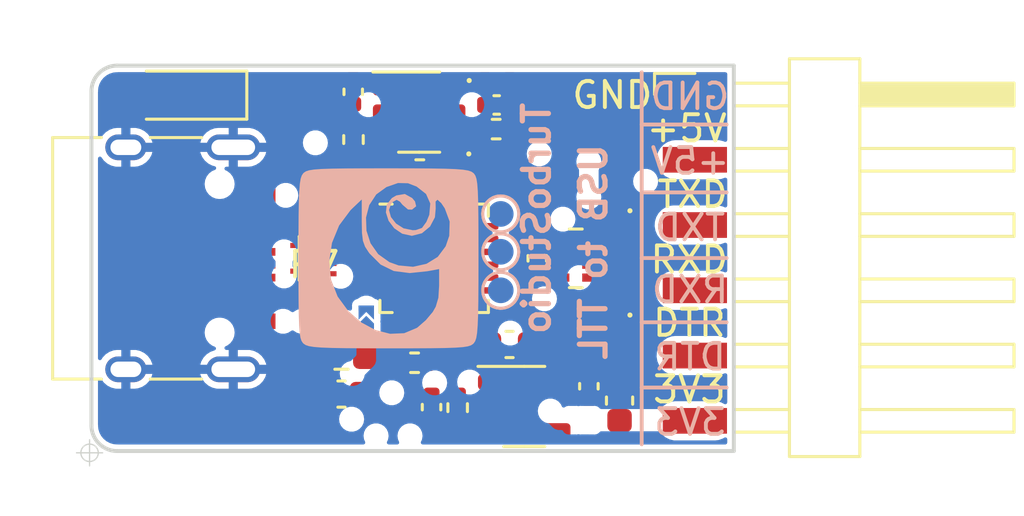
<source format=kicad_pcb>
(kicad_pcb (version 20211014) (generator pcbnew)
  (layers (0 "F.Cu" mixed) (1 "In1.Cu" power) (2 "In2.Cu" power) (31 "B.Cu" jumper) (34 "B.Paste" user) (35 "F.Paste" user) (36 "B.SilkS" user "B.Silkscreen") (37 "F.SilkS" user "F.Silkscreen") (38 "B.Mask" user) (39 "F.Mask" user) (44 "Edge.Cuts" user))
  (net 0 "")
  (net 1 "VBUS")
  (net 2 "GND")
  (net 3 "+5V")
  (net 4 "+3V3")
  (net 5 "Net-(C9-Pad1)")
  (net 6 "Net-(D2-Pad1)")
  (net 7 "Net-(D1-Pad2)")
  (net 8 "/CP_TXD")
  (net 9 "Net-(D2-Pad2)")
  (net 10 "/CP_RXD")
  (net 11 "/CP_~DTR")
  (net 12 "Net-(J2-PadA5)")
  (net 13 "Net-(J2-PadA6)")
  (net 14 "Net-(J2-PadA7)")
  (net 16 "Net-(J2-PadB5)")
  (net 18 "Net-(D3-Pad2)")
  (net 19 "Net-(D4-Pad2)")
  (net 20 "Net-(R1-Pad2)")
  (net 21 "Net-(R2-Pad1)")
  (net 22 "Net-(R3-Pad1)")
  (net 23 "Net-(JP1-Pad1)")
  (net 24 "Net-(TP1-Pad1)")
  (net 25 "Net-(TP2-Pad1)")
  (net 27 "/CP_~RI")
  (net 28 "Net-(R5-Pad2)")
  (net 30 "/GPIO3")
  (net 31 "/GPIO2")
  (net 32 "/GPIO1")
  (net 33 "/GPIO0")
  (net 34 "/CP_~CTS")
  (net 35 "/CP_~RTS")
  (net 36 "/CP_~DSR")
  (net 37 "/CP_~DCD")
  (footprint "Resistor_SMD:R_0402_1005Metric" (layer "F.Cu") (at 66.6496 66.3956)
    (fp_text reference "R6" hide)
    (fp_text value "5.1K")
    (fp_line (start -0.153641 0.38) (end 0.153641 0.38) (layer "F.SilkS") (width 0.12))
    (fp_line (start -0.153641 -0.38) (end 0.153641 -0.38) (layer "F.SilkS") (width 0.12))
    (pad "1" smd roundrect (at -0.51 0) (size 0.54 0.64) (layers "F.Cu" "F.Paste" "F.Mask") (net 12 "Net-(J2-PadA5)"))
    (pad "2" smd roundrect (at 0.51 0) (size 0.54 0.64) (layers "F.Cu" "F.Paste" "F.Mask") (net 2 "GND"))
  )
  (footprint "Capacitor_Tantalum_SMD:CP_EIA-3216-10_Kemet-I" (layer "F.Cu") (at 61.722 61.468 180)
    (fp_text reference "C1" hide)
    (fp_text value "10uF")
    (fp_line (start -2.31 -0.935) (end -2.31 0.935) (layer "F.SilkS") (width 0.12))
    (fp_line (start -2.31 0.935) (end 1.6 0.935) (layer "F.SilkS") (width 0.12))
    (fp_line (start 1.6 -0.935) (end -2.31 -0.935) (layer "F.SilkS") (width 0.12))
    (pad "1" smd roundrect (at -1.35 0 180) (size 1.4 1.35) (layers "F.Cu" "F.Paste" "F.Mask") (roundrect_rratio 0.1851851852) (net 1 "VBUS"))
    (pad "2" smd roundrect (at 1.35 0 180) (size 1.4 1.35) (layers "F.Cu" "F.Paste" "F.Mask") (roundrect_rratio 0.1851851852) (net 2 "GND"))
  )
  (footprint "Resistor_SMD:R_0402_1005Metric" (layer "F.Cu") (at 72.2376 73.6292 -90)
    (fp_text reference "R1" hide)
    (fp_text value "100K")
    (fp_line (start -0.153641 -0.38) (end 0.153641 -0.38) (layer "F.SilkS") (width 0.12))
    (fp_line (start -0.153641 0.38) (end 0.153641 0.38) (layer "F.SilkS") (width 0.12))
    (pad "1" smd roundrect (at -0.51 0 270) (size 0.54 0.64) (layers "F.Cu" "F.Paste" "F.Mask") (net 3 "+5V"))
    (pad "2" smd roundrect (at 0.51 0 270) (size 0.54 0.64) (layers "F.Cu" "F.Paste" "F.Mask") (net 20 "Net-(R1-Pad2)"))
  )
  (footprint "Capacitor_SMD:C_0402_1005Metric" (layer "F.Cu") (at 71.2216 73.6092 -90)
    (fp_text reference "C4" hide)
    (fp_text value "100nF")
    (fp_line (start -0.107836 -0.36) (end 0.107836 -0.36) (layer "F.SilkS") (width 0.12))
    (fp_line (start -0.107836 0.36) (end 0.107836 0.36) (layer "F.SilkS") (width 0.12))
    (pad "1" smd roundrect (at -0.48 0 270) (size 0.56 0.62) (layers "F.Cu" "F.Paste" "F.Mask") (net 3 "+5V"))
    (pad "2" smd roundrect (at 0.48 0 270) (size 0.56 0.62) (layers "F.Cu" "F.Paste" "F.Mask") (net 2 "GND"))
  )
  (footprint "Package_DFN_QFN:QFN-24-1EP_4x4mm_P0.5mm_EP2.6x2.6mm" (layer "F.Cu") (at 71.3232 67.818)
    (fp_text reference "U3" hide)
    (fp_text value "CP2104")
    (fp_line (start -1.635 -2.11) (end -2.11 -2.11) (layer "F.SilkS") (width 0.12))
    (fp_line (start 1.635 -2.11) (end 2.11 -2.11) (layer "F.SilkS") (width 0.12))
    (fp_line (start 2.11 -2.11) (end 2.11 -1.635) (layer "F.SilkS") (width 0.12))
    (fp_line (start 1.635 2.11) (end 2.11 2.11) (layer "F.SilkS") (width 0.12))
    (fp_line (start -2.11 2.11) (end -2.11 1.635) (layer "F.SilkS") (width 0.12))
    (fp_line (start 2.11 2.11) (end 2.11 1.635) (layer "F.SilkS") (width 0.12))
    (fp_line (start -1.635 2.11) (end -2.11 2.11) (layer "F.SilkS") (width 0.12))
    (pad "1" smd roundrect locked (at -2 -1.25 90) (size 0.25 1) (layers "F.Cu" "F.Paste" "F.Mask") (net 27 "/CP_~RI"))
    (pad "2" smd roundrect locked (at -2 -0.75 90) (size 0.25 1) (layers "F.Cu" "F.Paste" "F.Mask") (net 2 "GND"))
    (pad "3" smd roundrect locked (at -2 -0.25 90) (size 0.25 1) (layers "F.Cu" "F.Paste" "F.Mask") (net 13 "Net-(J2-PadA6)"))
    (pad "4" smd roundrect locked (at -2 0.25 90) (size 0.25 1) (layers "F.Cu" "F.Paste" "F.Mask") (net 14 "Net-(J2-PadA7)"))
    (pad "5" smd roundrect locked (at -2 0.75 90) (size 0.25 1) (layers "F.Cu" "F.Paste" "F.Mask") (net 23 "Net-(JP1-Pad1)"))
    (pad "6" smd roundrect locked (at -2 1.25 90) (size 0.25 1) (layers "F.Cu" "F.Paste" "F.Mask") (net 23 "Net-(JP1-Pad1)"))
    (pad "7" smd roundrect locked (at -1.25 2) (size 0.25 1) (layers "F.Cu" "F.Paste" "F.Mask") (net 3 "+5V"))
    (pad "8" smd roundrect locked (at -0.75 2) (size 0.25 1) (layers "F.Cu" "F.Paste" "F.Mask") (net 3 "+5V"))
    (pad "9" smd roundrect locked (at -0.25 2) (size 0.25 1) (layers "F.Cu" "F.Paste" "F.Mask") (net 28 "Net-(R5-Pad2)"))
    (pad "10" smd roundrect locked (at 0.25 2) (size 0.25 1) (layers "F.Cu" "F.Paste" "F.Mask"))
    (pad "11" smd roundrect locked (at 0.75 2) (size 0.25 1) (layers "F.Cu" "F.Paste" "F.Mask") (net 30 "/GPIO3"))
    (pad "12" smd roundrect locked (at 1.25 2) (size 0.25 1) (layers "F.Cu" "F.Paste" "F.Mask") (net 31 "/GPIO2"))
    (pad "13" smd roundrect locked (at 2 1.25 90) (size 0.25 1) (layers "F.Cu" "F.Paste" "F.Mask") (net 32 "/GPIO1"))
    (pad "14" smd roundrect locked (at 2 0.75 90) (size 0.25 1) (layers "F.Cu" "F.Paste" "F.Mask") (net 33 "/GPIO0"))
    (pad "15" smd roundrect locked (at 2 0.25 90) (size 0.25 1) (layers "F.Cu" "F.Paste" "F.Mask") (net 25 "Net-(TP2-Pad1)"))
    (pad "16" smd roundrect locked (at 2 -0.25 90) (size 0.25 1) (layers "F.Cu" "F.Paste" "F.Mask") (net 5 "Net-(C9-Pad1)"))
    (pad "17" smd roundrect locked (at 2 -0.75 90) (size 0.25 1) (layers "F.Cu" "F.Paste" "F.Mask") (net 24 "Net-(TP1-Pad1)"))
    (pad "18" smd roundrect locked (at 2 -1.25 90) (size 0.25 1) (layers "F.Cu" "F.Paste" "F.Mask") (net 34 "/CP_~CTS"))
    (pad "19" smd roundrect locked (at 1.25 -2) (size 0.25 1) (layers "F.Cu" "F.Paste" "F.Mask") (net 35 "/CP_~RTS"))
    (pad "20" smd roundrect locked (at 0.75 -2) (size 0.25 1) (layers "F.Cu" "F.Paste" "F.Mask") (net 10 "/CP_RXD"))
    (pad "21" smd roundrect locked (at 0.25 -2) (size 0.25 1) (layers "F.Cu" "F.Paste" "F.Mask") (net 8 "/CP_TXD"))
    (pad "22" smd roundrect locked (at -0.25 -2) (size 0.25 1) (layers "F.Cu" "F.Paste" "F.Mask") (net 36 "/CP_~DSR"))
    (pad "23" smd roundrect locked (at -0.75 -2) (size 0.25 1) (layers "F.Cu" "F.Paste" "F.Mask") (net 11 "/CP_~DTR"))
    (pad "24" smd roundrect locked (at -1.25 -2) (size 0.25 1) (layers "F.Cu" "F.Paste" "F.Mask") (net 37 "/CP_~DCD"))
    (pad "25" smd rect locked (at 0 0) (size 2.6 2.6) (layers "F.Cu" "F.Mask") (net 2 "GND"))
  )
  (footprint "Capacitor_SMD:C_0402_1005Metric" (layer "F.Cu") (at 75.3364 67.818 90)
    (fp_text reference "C9" hide)
    (fp_text value "4.7uF")
    (fp_line (start -0.107836 0.36) (end 0.107836 0.36) (layer "F.SilkS") (width 0.12))
    (fp_line (start -0.107836 -0.36) (end 0.107836 -0.36) (layer "F.SilkS") (width 0.12))
    (pad "1" smd roundrect (at -0.48 0 90) (size 0.56 0.62) (layers "F.Cu" "F.Paste" "F.Mask") (net 5 "Net-(C9-Pad1)"))
    (pad "2" smd roundrect (at 0.48 0 90) (size 0.56 0.62) (layers "F.Cu" "F.Paste" "F.Mask") (net 2 "GND"))
  )
  (footprint "Fuse:Fuse_0805_2012Metric" (layer "F.Cu") (at 67.7164 71.4248 180)
    (fp_text reference "F1" hide)
    (fp_text value "Fuse")
    (fp_line (start -0.258578 -0.71) (end 0.258578 -0.71) (layer "F.SilkS") (width 0.12))
    (fp_line (start -0.258578 0.71) (end 0.258578 0.71) (layer "F.SilkS") (width 0.12))
    (pad "1" smd roundrect (at -0.9375 0 180) (size 0.975 1.4) (layers "F.Cu" "F.Paste" "F.Mask") (net 3 "+5V"))
    (pad "2" smd roundrect (at 0.9375 0 180) (size 0.975 1.4) (layers "F.Cu" "F.Paste" "F.Mask") (net 1 "VBUS"))
  )
  (footprint "Resistor_SMD:R_Array_Concave_4x0402" (layer "F.Cu") (at 76.835 67.818 180)
    (fp_text reference "RN1" hide)
    (fp_text value "1K")
    (fp_line (start 0.25 -1.14) (end -0.25 -1.14) (layer "F.SilkS") (width 0.12))
    (fp_line (start 0.25 1.14) (end -0.25 1.14) (layer "F.SilkS") (width 0.12))
    (pad "1" smd rect (at -0.5 -0.75 180) (size 0.5 0.32) (layers "F.Cu" "F.Paste" "F.Mask"))
    (pad "2" smd rect (at -0.5 -0.25 180) (size 0.5 0.32) (layers "F.Cu" "F.Paste" "F.Mask") (net 19 "Net-(D4-Pad2)"))
    (pad "3" smd rect (at -0.5 0.25 180) (size 0.5 0.32) (layers "F.Cu" "F.Paste" "F.Mask") (net 18 "Net-(D3-Pad2)"))
    (pad "4" smd rect (at -0.5 0.75 180) (size 0.5 0.32) (layers "F.Cu" "F.Paste" "F.Mask") (net 7 "Net-(D1-Pad2)"))
    (pad "5" smd rect (at 0.5 0.75 180) (size 0.5 0.32) (layers "F.Cu" "F.Paste" "F.Mask") (net 3 "+5V"))
    (pad "6" smd rect (at 0.5 0.25 180) (size 0.5 0.32) (layers "F.Cu" "F.Paste" "F.Mask") (net 3 "+5V"))
    (pad "7" smd rect (at 0.5 -0.25 180) (size 0.5 0.32) (layers "F.Cu" "F.Paste" "F.Mask") (net 3 "+5V"))
    (pad "8" smd rect (at 0.5 -0.75 180) (size 0.5 0.32) (layers "F.Cu" "F.Paste" "F.Mask") (net 3 "+5V"))
  )
  (footprint "Connector_Harwin:Harwin_M20-89006xx_1x06_P2.54mm_Horizontal" (layer "F.Cu") (at 86.995 67.7926)
    (fp_text reference "J1" hide)
    (fp_text value "Socket")
    (fp_line (start -3.955 -6.79) (end -1.845 -6.79) (layer "F.SilkS") (width 0.12))
    (fp_line (start -3.955 -3.37) (end -1.845 -3.37) (layer "F.SilkS") (width 0.12))
    (fp_line (start 0.895 0.83) (end 6.895 0.83) (layer "F.SilkS") (width 0.12))
    (fp_line (start 6.895 -4.25) (end 6.895 -3.37) (layer "F.SilkS") (width 0.12))
    (fp_line (start 0.895 7.74) (end -1.845 7.74) (layer "F.SilkS") (width 0.12))
    (fp_line (start 6.895 -3.37) (end 0.895 -3.37) (layer "F.SilkS") (width 0.12))
    (fp_line (start -7.095 -6.35) (end -7.095 -7.17) (layer "F.SilkS") (width 0.12))
    (fp_line (start -3.955 1.71) (end -1.845 1.71) (layer "F.SilkS") (width 0.12))
    (fp_line (start 0.895 -4.25) (end 6.895 -4.25) (layer "F.SilkS") (width 0.12))
    (fp_line (start 6.895 3.37) (end 6.895 4.25) (layer "F.SilkS") (width 0.12))
    (fp_line (start -3.955 4.25) (end -1.845 4.25) (layer "F.SilkS") (width 0.12))
    (fp_line (start -3.955 3.37) (end -1.845 3.37) (layer "F.SilkS") (width 0.12))
    (fp_line (start 0.895 -7.74) (end 0.895 7.74) (layer "F.SilkS") (width 0.12))
    (fp_line (start -3.955 -5.91) (end -1.845 -5.91) (layer "F.SilkS") (width 0.12))
    (fp_line (start 6.895 0.83) (end 6.895 1.71) (layer "F.SilkS") (width 0.12))
    (fp_line (start 0.895 -1.71) (end 6.895 -1.71) (layer "F.SilkS") (width 0.12))
    (fp_line (start -1.845 -7.74) (end 0.895 -7.74) (layer "F.SilkS") (width 0.12))
    (fp_line (start 6.895 4.25) (end 0.895 4.25) (layer "F.SilkS") (width 0.12))
    (fp_line (start 0.895 -6.79) (end 6.895 -6.79) (layer "F.SilkS") (width 0.12))
    (fp_line (start -3.955 6.79) (end -1.845 6.79) (layer "F.SilkS") (width 0.12))
    (fp_line (start 0.895 5.91) (end 6.895 5.91) (layer "F.SilkS") (width 0.12))
    (fp_line (start -3.955 0.83) (end -1.845 0.83) (layer "F.SilkS") (width 0.12))
    (fp_line (start -1.845 7.74) (end -1.845 -7.74) (layer "F.SilkS") (width 0.12))
    (fp_line (start -3.955 -1.71) (end -1.845 -1.71) (layer "F.SilkS") (width 0.12))
    (fp_line (start 6.895 6.79) (end 0.895 6.79) (layer "F.SilkS") (width 0.12))
    (fp_line (start -7.095 -7.17) (end -5.525 -7.17) (layer "F.SilkS") (width 0.12))
    (fp_line (start 6.895 -6.79) (end 6.895 -5.91) (layer "F.SilkS") (width 0.12))
    (fp_line (start 6.895 -1.71) (end 6.895 -0.83) (layer "F.SilkS") (width 0.12))
    (fp_line (start -3.955 -4.25) (end -1.845 -4.25) (layer "F.SilkS") (width 0.12))
    (fp_line (start 6.895 1.71) (end 0.895 1.71) (layer "F.SilkS") (width 0.12))
    (fp_line (start 0.895 3.37) (end 6.895 3.37) (layer "F.SilkS") (width 0.12))
    (fp_line (start -3.955 -0.83) (end -1.845 -0.83) (layer "F.SilkS") (width 0.12))
    (fp_line (start 6.895 5.91) (end 6.895 6.79) (layer "F.SilkS") (width 0.12))
    (fp_line (start -3.955 5.91) (end -1.845 5.91) (layer "F.SilkS") (width 0.12))
    (fp_line (start 6.895 -0.83) (end 0.895 -0.83) (layer "F.SilkS") (width 0.12))
    (fp_line (start 6.895 -5.91) (end 0.895 -5.91) (layer "F.SilkS") (width 0.12))
    (pad "" smd rect (at 3.895 -6.35) (size 6 0.76) (layers "F.SilkS"))
    (pad "1" smd rect (at -5.525 -6.35) (size 2.5 1) (layers "F.Cu" "F.Paste" "F.Mask") (net 2 "GND"))
    (pad "2" smd rect (at -5.525 -3.81) (size 2.5 1) (layers "F.Cu" "F.Paste" "F.Mask") (net 3 "+5V"))
    (pad "3" smd rect (at -5.525 -1.27) (size 2.5 1) (layers "F.Cu" "F.Paste" "F.Mask") (net 8 "/CP_TXD"))
    (pad "4" smd rect (at -5.525 1.27) (size 2.5 1) (layers "F.Cu" "F.Paste" "F.Mask") (net 10 "/CP_RXD"))
    (pad "5" smd rect (at -5.525 3.81) (size 2.5 1) (layers "F.Cu" "F.Paste" "F.Mask") (net 11 "/CP_~DTR"))
    (pad "6" smd rect (at -5.525 6.35) (size 2.5 1) (layers "F.Cu" "F.Paste" "F.Mask") (net 4 "+3V3"))
  )
  (footprint "Resistor_SMD:R_0402_1005Metric" (layer "F.Cu") (at 73.7362 62.7888)
    (fp_text reference "R3" hide)
    (fp_text value "21K")
    (fp_line (start -0.153641 -0.38) (end 0.153641 -0.38) (layer "F.SilkS") (width 0.12))
    (fp_line (start -0.153641 0.38) (end 0.153641 0.38) (layer "F.SilkS") (width 0.12))
    (pad "1" smd roundrect (at -0.51 0) (size 0.54 0.64) (layers "F.Cu" "F.Paste" "F.Mask") (net 22 "Net-(R3-Pad1)"))
    (pad "2" smd roundrect (at 0.51 0) (size 0.54 0.64) (layers "F.Cu" "F.Paste" "F.Mask") (net 2 "GND"))
  )
  (footprint "Capacitor_SMD:C_0402_1005Metric" (layer "F.Cu") (at 68.1736 61.3384 90)
    (fp_text reference "C2" hide)
    (fp_text value "100nF")
    (fp_line (start -0.107836 -0.36) (end 0.107836 -0.36) (layer "F.SilkS") (width 0.12))
    (fp_line (start -0.107836 0.36) (end 0.107836 0.36) (layer "F.SilkS") (width 0.12))
    (pad "1" smd roundrect (at -0.48 0 90) (size 0.56 0.62) (layers "F.Cu" "F.Paste" "F.Mask") (net 1 "VBUS"))
    (pad "2" smd roundrect (at 0.48 0 90) (size 0.56 0.62) (layers "F.Cu" "F.Paste" "F.Mask") (net 2 "GND"))
  )
  (footprint "Package_TO_SOT_SMD:SOT-23-5" (layer "F.Cu") (at 74.8284 73.5838)
    (fp_text reference "U1" hide)
    (fp_text value "RT9013-3V3")
    (fp_line (start 0 1.56) (end -0.8 1.56) (layer "F.SilkS") (width 0.12))
    (fp_line (start 0 -1.56) (end 0.8 -1.56) (layer "F.SilkS") (width 0.12))
    (fp_line (start 0 -1.56) (end -1.8 -1.56) (layer "F.SilkS") (width 0.12))
    (fp_line (start 0 1.56) (end 0.8 1.56) (layer "F.SilkS") (width 0.12))
    (pad "1" smd roundrect (at -1.1375 -0.95) (size 1.325 0.6) (layers "F.Cu" "F.Paste" "F.Mask") (net 3 "+5V"))
    (pad "2" smd roundrect (at -1.1375 0) (size 1.325 0.6) (layers "F.Cu" "F.Paste" "F.Mask") (net 2 "GND"))
    (pad "3" smd roundrect (at -1.1375 0.95) (size 1.325 0.6) (layers "F.Cu" "F.Paste" "F.Mask") (net 20 "Net-(R1-Pad2)"))
    (pad "4" smd roundrect (at 1.1375 0.95) (size 1.325 0.6) (layers "F.Cu" "F.Paste" "F.Mask"))
    (pad "5" smd roundrect (at 1.1375 -0.95) (size 1.325 0.6) (layers "F.Cu" "F.Paste" "F.Mask") (net 4 "+3V3"))
  )
  (footprint "LED_SMD:LED_0402_1005Metric" (layer "F.Cu") (at 78.9432 68.9356 90)
    (fp_text reference "D4" hide)
    (fp_text value "RXD")
    (fp_circle (center -1.09 0) (end -1.04 0) (layer "F.SilkS") (width 0.1) (fill none))
    (pad "1" smd roundrect (at -0.485 0 90) (size 0.59 0.64) (layers "F.Cu" "F.Paste" "F.Mask") (net 10 "/CP_RXD"))
    (pad "2" smd roundrect (at 0.485 0 90) (size 0.59 0.64) (layers "F.Cu" "F.Paste" "F.Mask") (net 19 "Net-(D4-Pad2)"))
  )
  (footprint "LED_SMD:LED_0402_1005Metric" (layer "F.Cu") (at 78.9432 67.056 -90)
    (fp_text reference "D3" hide)
    (fp_text value "TXD")
    (fp_circle (center -1.09 0) (end -1.04 0) (layer "F.SilkS") (width 0.1) (fill none))
    (pad "1" smd roundrect (at -0.485 0 270) (size 0.59 0.64) (layers "F.Cu" "F.Paste" "F.Mask") (net 8 "/CP_TXD"))
    (pad "2" smd roundrect (at 0.485 0 270) (size 0.59 0.64) (layers "F.Cu" "F.Paste" "F.Mask") (net 18 "Net-(D3-Pad2)"))
  )
  (footprint "My_Library:DFN1710-6" (layer "F.Cu") (at 66.5734 67.818 90)
    (fp_text reference "U4" hide)
    (fp_text value "ESD-BDFN1710A054U")
    (fp_line (start 0.85 0.5) (end 0.85 -0.5) (layer "F.SilkS") (width 0.12))
    (fp_line (start 0.85 -0.5) (end -0.85 -0.5) (layer "F.SilkS") (width 0.12))
    (fp_line (start -0.85 -0.5) (end -0.85 0.5) (layer "F.SilkS") (width 0.12))
    (fp_line (start -0.85 0.5) (end 0.85 0.5) (layer "F.SilkS") (width 0.12))
    (pad "1" smd rect (at -0.6 0.6 90) (size 0.2 0.7) (layers "F.Cu" "F.Paste" "F.Mask") (net 1 "VBUS"))
    (pad "2" smd rect (at -0.2 0.6 90) (size 0.2 0.7) (layers "F.Cu" "F.Paste" "F.Mask") (net 14 "Net-(J2-PadA7)"))
    (pad "3" smd rect (at 0.2 0.6 90) (size 0.2 0.7) (layers "F.Cu" "F.Paste" "F.Mask") (net 13 "Net-(J2-PadA6)"))
    (pad "4" smd rect (at 0.6 0.6 90) (size 0.2 0.7) (layers "F.Cu" "F.Paste" "F.Mask"))
    (pad "5" smd rect (at 0.5 -0.5 270) (size 0.2 0.7) (layers "F.Cu" "F.Paste" "F.Mask") (net 2 "GND"))
    (pad "6" smd rect (at -0.5 -0.5 270) (size 0.2 0.7) (layers "F.Cu" "F.Paste" "F.Mask") (net 2 "GND"))
  )
  (footprint "Capacitor_SMD:C_0402_1005Metric" (layer "F.Cu") (at 73.7562 61.849)
    (fp_text reference "C8" hide)
    (fp_text value "100nF")
    (fp_line (start -0.107836 -0.36) (end 0.107836 -0.36) (layer "F.SilkS") (width 0.12))
    (fp_line (start -0.107836 0.36) (end 0.107836 0.36) (layer "F.SilkS") (width 0.12))
    (pad "1" smd roundrect (at -0.48 0) (size 0.56 0.62) (layers "F.Cu" "F.Paste" "F.Mask") (net 3 "+5V"))
    (pad "2" smd roundrect (at 0.48 0) (size 0.56 0.62) (layers "F.Cu" "F.Paste" "F.Mask") (net 2 "GND"))
  )
  (footprint "Resistor_SMD:R_0402_1005Metric" (layer "F.Cu") (at 70.5612 71.882)
    (fp_text reference "R5" hide)
    (fp_text value "10K")
    (fp_line (start -0.153641 -0.38) (end 0.153641 -0.38) (layer "F.SilkS") (width 0.12))
    (fp_line (start -0.153641 0.38) (end 0.153641 0.38) (layer "F.SilkS") (width 0.12))
    (pad "1" smd roundrect (at -0.51 0) (size 0.54 0.64) (layers "F.Cu" "F.Paste" "F.Mask") (net 3 "+5V"))
    (pad "2" smd roundrect (at 0.51 0) (size 0.54 0.64) (layers "F.Cu" "F.Paste" "F.Mask") (net 28 "Net-(R5-Pad2)"))
  )
  (footprint "Resistor_SMD:R_0402_1005Metric" (layer "F.Cu") (at 70.7644 64.3636)
    (fp_text reference "R4" hide)
    (fp_text value "1K")
    (fp_line (start -0.153641 -0.38) (end 0.153641 -0.38) (layer "F.SilkS") (width 0.12))
    (fp_line (start -0.153641 0.38) (end 0.153641 0.38) (layer "F.SilkS") (width 0.12))
    (pad "1" smd roundrect (at -0.51 0) (size 0.54 0.64) (layers "F.Cu" "F.Paste" "F.Mask") (net 1 "VBUS"))
    (pad "2" smd roundrect (at 0.51 0) (size 0.54 0.64) (layers "F.Cu" "F.Paste" "F.Mask") (net 9 "Net-(D2-Pad2)"))
  )
  (footprint "Capacitor_SMD:C_0603_1608Metric" (layer "F.Cu") (at 74.2566 71.1708)
    (fp_text reference "C3" hide)
    (fp_text value "10uF")
    (fp_line (start -0.14058 0.51) (end 0.14058 0.51) (layer "F.SilkS") (width 0.12))
    (fp_line (start -0.14058 -0.51) (end 0.14058 -0.51) (layer "F.SilkS") (width 0.12))
    (pad "1" smd roundrect (at -0.775 0) (size 0.9 0.95) (layers "F.Cu" "F.Paste" "F.Mask") (net 3 "+5V"))
    (pad "2" smd roundrect (at 0.775 0) (size 0.9 0.95) (layers "F.Cu" "F.Paste" "F.Mask") (net 2 "GND"))
  )
  (footprint "Capacitor_SMD:C_0603_1608Metric" (layer "F.Cu") (at 78.5388 73.3552 90)
    (fp_text reference "C5" hide)
    (fp_text value "10uF")
    (fp_line (start -0.14058 -0.51) (end 0.14058 -0.51) (layer "F.SilkS") (width 0.12))
    (fp_line (start -0.14058 0.51) (end 0.14058 0.51) (layer "F.SilkS") (width 0.12))
    (pad "1" smd roundrect (at -0.775 0 90) (size 0.9 0.95) (layers "F.Cu" "F.Paste" "F.Mask") (net 4 "+3V3"))
    (pad "2" smd roundrect (at 0.775 0 90) (size 0.9 0.95) (layers "F.Cu" "F.Paste" "F.Mask") (net 2 "GND"))
  )
  (footprint "Capacitor_SMD:C_0603_1608Metric" (layer "F.Cu") (at 67.7164 73.1012 180)
    (fp_text reference "C7" hide)
    (fp_text value "10uF")
    (fp_line (start -0.14058 -0.51) (end 0.14058 -0.51) (layer "F.SilkS") (width 0.12))
    (fp_line (start -0.14058 0.51) (end 0.14058 0.51) (layer "F.SilkS") (width 0.12))
    (pad "1" smd roundrect (at -0.775 0 180) (size 0.9 0.95) (layers "F.Cu" "F.Paste" "F.Mask") (net 3 "+5V"))
    (pad "2" smd roundrect (at 0.775 0 180) (size 0.9 0.95) (layers "F.Cu" "F.Paste" "F.Mask") (net 2 "GND"))
  )
  (footprint "Package_TO_SOT_SMD:SOT-23-6" (layer "F.Cu") (at 70.739 62.1284)
    (fp_text reference "U2" hide)
    (fp_text value "BD2243G-GTR")
    (fp_line (start 0 -1.56) (end 0.8 -1.56) (layer "F.SilkS") (width 0.12))
    (fp_line (start 0 1.56) (end 0.8 1.56) (layer "F.SilkS") (width 0.12))
    (fp_line (start 0 -1.56) (end -1.8 -1.56) (layer "F.SilkS") (width 0.12))
    (fp_line (start 0 1.56) (end -0.8 1.56) (layer "F.SilkS") (width 0.12))
    (pad "1" smd roundrect (at -1.1375 -0.95) (size 1.325 0.6) (layers "F.Cu" "F.Paste" "F.Mask") (net 1 "VBUS"))
    (pad "2" smd roundrect (at -1.1375 0) (size 1.325 0.6) (layers "F.Cu" "F.Paste" "F.Mask") (net 2 "GND"))
    (pad "3" smd roundrect (at -1.1375 0.95) (size 1.325 0.6) (layers "F.Cu" "F.Paste" "F.Mask") (net 21 "Net-(R2-Pad1)"))
    (pad "4" smd roundrect (at 1.1375 0.95) (size 1.325 0.6) (layers "F.Cu" "F.Paste" "F.Mask") (net 6 "Net-(D2-Pad1)"))
    (pad "5" smd roundrect (at 1.1375 0) (size 1.325 0.6) (layers "F.Cu" "F.Paste" "F.Mask") (net 22 "Net-(R3-Pad1)"))
    (pad "6" smd roundrect (at 1.1375 -0.95) (size 1.325 0.6) (layers "F.Cu" "F.Paste" "F.Mask") (net 3 "+5V"))
  )
  (footprint "Resistor_SMD:R_0402_1005Metric" (layer "F.Cu") (at 66.6496 69.2404)
    (fp_text reference "R7" (at 0 -1.17) (layer "F.SilkS"))
    (fp_text value "5.1K")
    (fp_line (start -0.153641 0.38) (end 0.153641 0.38) (layer "F.SilkS") (width 0.12))
    (fp_line (start -0.153641 -0.38) (end 0.153641 -0.38) (layer "F.SilkS") (width 0.12))
    (pad "1" smd roundrect (at -0.51 0) (size 0.54 0.64) (layers "F.Cu" "F.Paste" "F.Mask") (net 16 "Net-(J2-PadB5)"))
    (pad "2" smd roundrect (at 0.51 0) (size 0.54 0.64) (layers "F.Cu" "F.Paste" "F.Mask") (net 2 "GND"))
  )
  (footprint "Capacitor_SMD:C_0402_1005Metric" (layer "F.Cu") (at 77.345 72.7964 90)
    (fp_text reference "C6" hide)
    (fp_text value "100nF")
    (fp_line (start -0.107836 -0.36) (end 0.107836 -0.36) (layer "F.SilkS") (width 0.12))
    (fp_line (start -0.107836 0.36) (end 0.107836 0.36) (layer "F.SilkS") (width 0.12))
    (pad "1" smd roundrect (at -0.48 0 90) (size 0.56 0.62) (layers "F.Cu" "F.Paste" "F.Mask") (net 4 "+3V3"))
    (pad "2" smd roundrect (at 0.48 0 90) (size 0.56 0.62) (layers "F.Cu" "F.Paste" "F.Mask") (net 2 "GND"))
  )
  (footprint "Connector_USB:USB_C_Receptacle_HRO_TYPE-C-31-M-12" (layer "F.Cu") (at 60.3746 67.818 -90)
    (fp_text reference "J2" hide)
    (fp_text value "USB_C_Receptacle_USB2.0")
    (fp_line (start -4.7 3.9) (end 4.7 3.9) (layer "F.SilkS") (width 0.12))
    (fp_line (start 4.7 -1.9) (end 4.7 0.1) (layer "F.SilkS") (width 0.12))
    (fp_line (start -4.7 2) (end -4.7 3.9) (layer "F.SilkS") (width 0.12))
    (fp_line (start -4.7 -1.9) (end -4.7 0.1) (layer "F.SilkS") (width 0.12))
    (fp_line (start 4.7 2) (end 4.7 3.9) (layer "F.SilkS") (width 0.12))
    (pad "" np_thru_hole circle (at -2.89 -2.6 270) (size 0.65 0.65) (drill 0.65) (layers *.Cu *.Mask))
    (pad "" np_thru_hole circle (at 2.89 -2.6 270) (size 0.65 0.65) (drill 0.65) (layers *.Cu *.Mask))
    (pad "A1" smd rect (at -3.25 -4.045 270) (size 0.6 1.45) (layers "F.Cu" "F.Paste" "F.Mask") (net 2 "GND"))
    (pad "A4" smd rect (at -2.45 -4.045 270) (size 0.6 1.45) (layers "F.Cu" "F.Paste" "F.Mask") (net 1 "VBUS"))
    (pad "A5" smd rect (at -1.25 -4.045 270) (size 0.3 1.45) (layers "F.Cu" "F.Paste" "F.Mask") (net 12 "Net-(J2-PadA5)"))
    (pad "A6" smd rect (at -0.25 -4.045 270) (size 0.3 1.45) (layers "F.Cu" "F.Paste" "F.Mask") (net 13 "Net-(J2-PadA6)"))
    (pad "A7" smd rect locked (at 0.25 -4.045 270) (size 0.3 1.45) (layers "F.Cu" "F.Paste" "F.Mask") (net 14 "Net-(J2-PadA7)"))
    (pad "A8" smd rect (at 1.25 -4.045 270) (size 0.3 1.45) (layers "F.Cu" "F.Paste" "F.Mask"))
    (pad "A9" smd rect (at 2.45 -4.045 270) (size 0.6 1.45) (layers "F.Cu" "F.Paste" "F.Mask") (net 1 "VBUS"))
    (pad "A12" smd rect (at 3.25 -4.045 270) (size 0.6 1.45) (layers "F.Cu" "F.Paste" "F.Mask") (net 2 "GND"))
    (pad "B1" smd rect (at 3.25 -4.045 270) (size 0.6 1.45) (layers "F.Cu" "F.Paste" "F.Mask") (net 2 "GND"))
    (pad "B4" smd rect (at 2.45 -4.045 270) (size 0.6 1.45) (layers "F.Cu" "F.Paste" "F.Mask") (net 1 "VBUS"))
    (pad "B5" smd rect (at 1.75 -4.045 270) (size 0.3 1.45) (layers "F.Cu" "F.Paste" "F.Mask") (net 16 "Net-(J2-PadB5)"))
    (pad "B6" smd rect (at 0.75 -4.045 270) (size 0.3 1.45) (layers "F.Cu" "F.Paste" "F.Mask") (net 13 "Net-(J2-PadA6)"))
    (pad "B7" smd rect (at -0.75 -4.045 270) (size 0.3 1.45) (layers "F.Cu" "F.Paste" "F.Mask") (net 14 "Net-(J2-PadA7)"))
    (pad "B8" smd rect (at -1.75 -4.045 270) (size 0.3 1.45) (layers "F.Cu" "F.Paste" "F.Mask"))
    (pad "B9" smd rect (at -2.45 -4.045 270) (size 0.6 1.45) (layers "F.Cu" "F.Paste" "F.Mask") (net 1 "VBUS"))
    (pad "B12" smd rect (at -3.25 -4.045 270) (size 0.6 1.45) (layers "F.Cu" "F.Paste" "F.Mask") (net 2 "GND"))
    (pad "S1" thru_hole oval (at -4.32 1.05 270) (size 1 1.6) (drill oval 0.6 1.2) (layers *.Cu *.Mask) (net 2 "GND"))
    (pad "S1" thru_hole oval (at 4.32 1.05 270) (size 1 1.6) (drill oval 0.6 1.2) (layers *.Cu *.Mask) (net 2 "GND"))
    (pad "S1" thru_hole oval (at -4.32 -3.13 270) (size 1 2.1) (drill oval 0.6 1.7) (layers *.Cu *.Mask) (net 2 "GND"))
    (pad "S1" thru_hole oval (at 4.32 -3.13 270) (size 1 2.1) (drill oval 0.6 1.7) (layers *.Cu *.Mask) (net 2 "GND"))
  )
  (footprint "LED_SMD:LED_0402_1005Metric" (layer "F.Cu") (at 73.7775 60.8984)
    (fp_text reference "D1" hide)
    (fp_text value "PWR")
    (fp_circle (center -1.09 0) (end -1.04 0) (layer "F.SilkS") (width 0.1) (fill none))
    (pad "1" smd roundrect (at -0.485 0) (size 0.59 0.64) (layers "F.Cu" "F.Paste" "F.Mask") (net 2 "GND"))
    (pad "2" smd roundrect (at 0.485 0) (size 0.59 0.64) (layers "F.Cu" "F.Paste" "F.Mask") (net 7 "Net-(D1-Pad2)"))
  )
  (footprint "LED_SMD:LED_0402_1005Metric" (layer "F.Cu") (at 73.7616 63.754)
    (fp_text reference "D2" hide)
    (fp_text value "OLOAD")
    (fp_circle (center -1.09 0) (end -1.04 0) (layer "F.SilkS") (width 0.1) (fill none))
    (pad "1" smd roundrect (at -0.485 0) (size 0.59 0.64) (layers "F.Cu" "F.Paste" "F.Mask") (net 6 "Net-(D2-Pad1)"))
    (pad "2" smd roundrect (at 0.485 0) (size 0.59 0.64) (layers "F.Cu" "F.Paste" "F.Mask") (net 9 "Net-(D2-Pad2)"))
  )
  (footprint "Resistor_SMD:R_0402_1005Metric" (layer "F.Cu") (at 68.1836 63.1952 90)
    (fp_text reference "R2" hide)
    (fp_text value "10K")
    (fp_line (start -0.153641 -0.38) (end 0.153641 -0.38) (layer "F.SilkS") (width 0.12))
    (fp_line (start -0.153641 0.38) (end 0.153641 0.38) (layer "F.SilkS") (width 0.12))
    (pad "1" smd roundrect (at -0.51 0 90) (size 0.54 0.64) (layers "F.Cu" "F.Paste" "F.Mask") (net 21 "Net-(R2-Pad1)"))
    (pad "2" smd roundrect (at 0.51 0 90) (size 0.54 0.64) (layers "F.Cu" "F.Paste" "F.Mask") (net 2 "GND"))
  )
  (footprint "TestPoint:TestPoint_Pad_D1.0mm" (layer "B.Cu") (at 73.914 67.564 180)
    (fp_text reference "TP3" hide)
    (fp_text value "VPP")
    (fp_circle (center 0 0) (end 0 -0.7) (layer "B.SilkS") (width 0.12) (fill none))
    (pad "1" smd circle (at 0 0 180) (size 1 1) (layers "B.Cu" "B.Mask") (net 5 "Net-(C9-Pad1)"))
  )
  (footprint "TestPoint:TestPoint_Pad_D1.0mm" (layer "B.Cu") (at 73.914 69.0626 90)
    (fp_text reference "TP2" hide)
    (fp_text value "~SPD")
    (fp_circle (center 0 0) (end 0 -0.7) (layer "B.SilkS") (width 0.12) (fill none))
    (pad "1" smd circle (at 0 0 90) (size 1 1) (layers "B.Cu" "B.Mask") (net 25 "Net-(TP2-Pad1)"))
  )
  (footprint "TestPoint:TestPoint_Pad_D1.0mm" (layer "B.Cu") (at 73.914 66.0908 90)
    (fp_text reference "TP1" hide)
    (fp_text value "SPD")
    (fp_circle (center 0 0) (end 0 -0.7) (layer "B.SilkS") (width 0.12) (fill none))
    (pad "1" smd circle (at 0 0 90) (size 1 1) (layers "B.Cu" "B.Mask") (net 24 "Net-(TP1-Pad1)"))
  )
  (footprint "My_Library:JUMP_OPEN_2P_0.3MMx0.5MM" (layer "B.Cu") (at 68.6816 70.1548 90)
    (fp_text reference "JP1" hide)
    (fp_text value "Jump")
    (fp_poly (pts (xy 0.5 -0.3) (xy -0.05 -0.3) (xy 0.25 0) (xy -0.05 0.3) (xy 0.5 0.3)) (layer "B.Cu") (width 0) (fill solid))
    (fp_poly (pts (xy 0.1 0) (xy -0.2 -0.3) (xy -0.5 -0.3) (xy -0.5 0.3) (xy -0.2 0.3)) (layer "B.Cu") (width 0) (fill solid))
    (pad "1" smd rect locked (at -0.4 0 90) (size 0.2 0.6) (layers "B.Cu" "B.Paste" "B.Mask") (net 23 "Net-(JP1-Pad1)"))
    (pad "2" smd rect locked (at 0.4 0 90) (size 0.2 0.6) (layers "B.Cu" "B.Paste" "B.Mask") (net 4 "+3V3"))
  )
  (footprint "My_Library:TurboStudio_logo_7mm" (layer "B.Cu") (at 69.5452 67.818 -90)
    (fp_text reference "G***" hide)
    (fp_text value "LOGO" hide)
    (fp_poly (pts (xy 0.932388 3.502566) (xy 1.65175 3.498911) (xy 2.202065 3.49097) (xy 2.608291 3.477231) (xy 2.895386 3.456181) (xy 3.088307 3.426307) (xy 3.212012 3.386096) (xy 3.291459 3.334037) (xy 3.322255 3.303233) (xy 3.37567 3.223126) (xy 3.417597 3.098052) (xy 3.449385 2.903285) (xy 3.472384 2.6141) (xy 3.487941 2.205771) (xy 3.497404 1.653574) (xy 3.502124 0.932782) (xy 3.503447 0.01867) (xy 3.503448 -0.019023) (xy 3.502566 -0.932388) (xy 3.498911 -1.65175) (xy 3.49097 -2.202065) (xy 3.477231 -2.608291) (xy 3.456181 -2.895386) (xy 3.426307 -3.088307) (xy 3.386096 -3.212012) (xy 3.334036 -3.291459) (xy 3.303232 -3.322255) (xy 3.223125 -3.37567) (xy 3.098051 -3.417597) (xy 2.903284 -3.449385) (xy 2.614099 -3.472384) (xy 2.205771 -3.487941) (xy 1.653573 -3.497404) (xy 0.932781 -3.502124) (xy 0.018669 -3.503447) (xy -0.019023 -3.503448) (xy -0.932389 -3.502566) (xy -1.65175 -3.498911) (xy -2.202065 -3.49097) (xy -2.608291 -3.477231) (xy -2.895386 -3.456181) (xy -3.088307 -3.426307) (xy -3.212012 -3.386096) (xy -3.291459 -3.334036) (xy -3.322256 -3.303232) (xy -3.37567 -3.223125) (xy -3.417597 -3.098051) (xy -3.449386 -2.903284) (xy -3.472384 -2.614099) (xy -3.487941 -2.205771) (xy -3.497405 -1.653573) (xy -3.502124 -0.932781) (xy -3.502939 -0.36976) (xy -2.930104 -0.36976) (xy -2.921868 -0.759118) (xy -2.790677 -1.097019) (xy -2.504385 -1.461451) (xy -2.133652 -1.626483) (xy -1.69268 -1.588203) (xy -1.417839 -1.475205) (xy -1.183055 -1.303717) (xy -1.099687 -1.063353) (xy -1.094828 -0.939921) (xy -1.167198 -0.588168) (xy -1.353256 -0.295931) (xy -1.606422 -0.095987) (xy -1.880119 -0.021118) (xy -2.127766 -0.104104) (xy -2.192383 -0.16751) (xy -2.275666 -0.315501) (xy -2.205079 -0.445375) (xy -2.085058 -0.543729) (xy -1.90028 -0.759385) (xy -1.895423 -0.916594) (xy -2.025498 -1.078314) (xy -2.216354 -1.032685) (xy -2.346059 -0.922783) (xy -2.503923 -0.636582) (xy -2.448111 -0.305868) (xy -2.347671 -0.133843) (xy -2.097566 0.066043) (xy -1.786142 0.100971) (xy -1.46083 -0.003969) (xy -1.169062 -0.223685) (xy -0.958267 -0.533086) (xy -0.875878 -0.907079) (xy -0.875862 -0.912449) (xy -0.975159 -1.301287) (xy -1.234788 -1.616713) (xy -1.59736 -1.808608) (xy -1.935826 -1.838107) (xy -2.209926 -1.834127) (xy -2.280564 -1.907221) (xy -2.147653 -2.053319) (xy -1.943319 -2.190855) (xy -1.430498 -2.380943) (xy -0.874876 -2.364634) (xy -0.468922 -2.225788) (xy -0.057183 -1.917972) (xy 0.213236 -1.479352) (xy 0.329141 -0.956688) (xy 0.277338 -0.396741) (xy 0.148577 -0.037231) (xy -0.162375 0.399145) (xy -0.585656 0.697603) (xy -1.075435 0.856328) (xy -1.585881 0.873505) (xy -2.071162 0.747319) (xy -2.485448 0.475954) (xy -2.773202 0.078492) (xy -2.930104 -0.36976) (xy -3.502939 -0.36976) (xy -3.503447 -0.018669) (xy -3.503448 0.019023) (xy -3.502566 0.932389) (xy -3.502019 1.040086) (xy -2.289132 1.040086) (xy -1.437498 1.040086) (xy -0.985805 1.031742) (xy -0.681264 0.995044) (xy -0.452332 0.912494) (xy -0.227465 0.766595) (xy -0.183335 0.733349) (xy 0.24406 0.305413) (xy 0.493986 -0.204466) (xy 0.574063 -0.821108) (xy 0.504029 -1.505388) (xy 0.418684 -1.970689) (xy 1.069013 -1.970689) (xy 1.535707 -1.941801) (xy 1.881379 -1.840149) (xy 2.088747 -1.721748) (xy 2.407602 -1.452483) (xy 2.68779 -1.131239) (xy 2.707093 -1.103402) (xy 2.913687 -0.612732) (xy 2.937138 -0.064287) (xy 2.791924 0.505409) (xy 2.492521 1.059832) (xy 2.053408 1.562457) (xy 1.489061 1.97676) (xy 1.485357 1.978888) (xy 0.828857 2.235157) (xy 0.117819 2.305517) (xy -0.60037 2.197849) (xy -1.278317 1.92004) (xy -1.868634 1.479972) (xy -1.938316 1.409313) (xy -2.289132 1.040086) (xy -3.502019 1.040086) (xy -3.498911 1.65175) (xy -3.49097 2.202065) (xy -3.477231 2.608291) (xy -3.456181 2.895386) (xy -3.426307 3.088307) (xy -3.386096 3.212012) (xy -3.334037 3.291459) (xy -3.303233 3.322256) (xy -3.223126 3.37567) (xy -3.098052 3.417597) (xy -2.903285 3.449386) (xy -2.6141 3.472384) (xy -2.205771 3.487941) (xy -1.653574 3.497405) (xy -0.932782 3.502124) (xy -0.01867 3.503447) (xy 0.019023 3.503448)) (layer "B.SilkS") (width 0) (fill solid))
  )
  (gr_line (start 79.4004 72.8472) (end 82.7024 72.8472) (layer "B.SilkS") (width 0.15))
  (gr_line (start 79.4004 70.3072) (end 82.7024 70.3072) (layer "B.SilkS") (width 0.15))
  (gr_line (start 79.4004 62.611) (end 82.7024 62.611) (layer "B.SilkS") (width 0.15))
  (gr_line (start 79.4004 60.579) (end 79.4004 75.057) (layer "B.SilkS") (width 0.15))
  (gr_line (start 79.4004 67.807281) (end 82.7024 67.807281) (layer "B.SilkS") (width 0.15))
  (gr_line (start 79.4004 65.2526) (end 82.7024 65.2526) (layer "B.SilkS") (width 0.15))
  (gr_arc (start 58.985 75.318) (mid 58.277893 75.025107) (end 57.985 74.318) (layer "Edge.Cuts") (width 0.152399))
  (gr_arc (start 57.985 61.318) (mid 58.277893 60.610893) (end 58.985 60.318) (layer "Edge.Cuts") (width 0.152399))
  (gr_line (start 82.985 75.318) (end 82.985 60.318) (layer "Edge.Cuts") (width 0.152399))
  (gr_line (start 82.985 60.318) (end 58.985 60.318) (layer "Edge.Cuts") (width 0.152399))
  (gr_line (start 57.985 61.318) (end 57.985 74.318) (layer "Edge.Cuts") (width 0.152399))
  (gr_line (start 58.985 75.318) (end 82.985 75.318) (layer "Edge.Cuts") (width 0.152399))
  (gr_text "Ver0.3.0" (at 60.9854 74.0156) (layer "F.Cu") (effects (font (size 0.762 0.762) (thickness 0.1016))))
  (gr_text "GND" (at 81.28 61.5188) (layer "B.SilkS") (effects (font (size 1 1)) (justify mirror)))
  (gr_text "TXD" (at 81.28 66.6242) (layer "B.SilkS") (effects (font (size 1 1)) (justify mirror)))
  (gr_text "TurboStudio	" (at 75.311 67.7672 90) (layer "B.SilkS") (effects (font (size 1.016 1.016) (thickness 0.2032)) (justify mirror)))
  (gr_text "3V3" (at 81.28 74.1934) (layer "B.SilkS") (effects (font (size 1 1)) (justify mirror)))
  (gr_text "RXD" (at 81.28 69.0372) (layer "B.SilkS") (effects (font (size 1 1)) (justify mirror)))
  (gr_text "USB to TTL" (at 77.5208 67.564 90) (layer "B.SilkS") (effects (font (size 1 1) (thickness 0.2032)) (justify mirror)))
  (gr_text "DTR" (at 81.28 71.6534) (layer "B.SilkS") (effects (font (size 1 1)) (justify mirror)))
  (gr_text "+5V" (at 81.28 64.0334) (layer "B.SilkS") (effects (font (size 1 1)) (justify mirror)))
  (gr_text "3V3" (at 81.2546 72.9234) (layer "F.SilkS") (effects (font (size 1.016 1.016) (thickness 0.1524))))
  (gr_text "TXD" (at 81.3816 65.3288) (layer "F.SilkS") (effects (font (size 1 1))))
  (gr_text "GND" (at 78.2574 61.468) (layer "F.SilkS") (effects (font (size 1.016 1.016) (thickness 0.1524))))
  (gr_text "+5V" (at 81.153 62.7634) (layer "F.SilkS") (effects (font (size 1.016 1.016) (thickness 0.1524))))
  (gr_text "RXD" (at 81.252181 67.8688) (layer "F.SilkS") (effects (font (size 1.016 1.016) (thickness 0.1524))))
  (gr_text "DTR" (at 81.2546 70.3326) (layer "F.SilkS") (effects (font (size 1.016 1.016) (thickness 0.1524))))
  (target plus (at 57.912 75.3872) (size 1.016) (width 0.0508) (layer "Edge.Cuts"))
  (zone (net 2) (net_name "GND") (layer "B.Cu") (name "GND") (connect_pads (clearance 0.254)) (min_thickness 0.1524) (fill yes (thermal_gap 0.254) (thermal_bridge_width 0.3556))
    (polygon (pts (xy 83.058 75.3872) (xy 57.912 75.3872) (xy 57.912 75.2348) (xy 57.912 75.1586) (xy 57.912 60.2742) (xy 83.058 60.2742)))
  )
)
</source>
